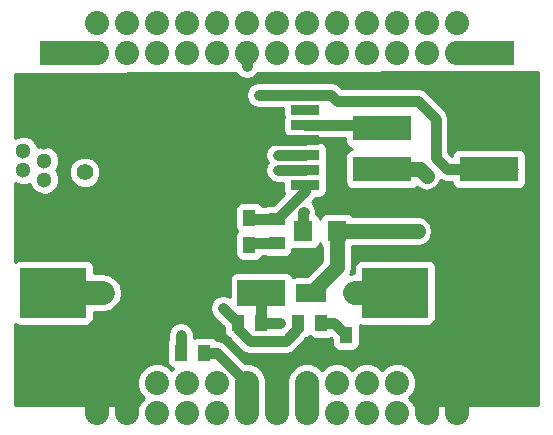
<source format=gtl>
G04 #@! TF.FileFunction,Copper,L1,Top,Signal*
%FSLAX46Y46*%
G04 Gerber Fmt 4.6, Leading zero omitted, Abs format (unit mm)*
G04 Created by KiCad (PCBNEW (2015-06-26 BZR 5832)-product) date Mittwoch, 02. März 2016 'u30' 20:30:32*
%MOMM*%
G01*
G04 APERTURE LIST*
%ADD10C,0.150000*%
%ADD11C,2.032000*%
%ADD12C,1.422400*%
%ADD13R,1.099820X1.399540*%
%ADD14R,1.597660X1.800860*%
%ADD15R,2.500000X1.520000*%
%ADD16R,4.100000X2.200000*%
%ADD17R,1.399540X1.099820*%
%ADD18R,2.032000X2.032000*%
%ADD19O,2.032000X2.032000*%
%ADD20C,1.300000*%
%ADD21C,3.200000*%
%ADD22R,6.350000X7.620000*%
%ADD23R,2.410000X0.910000*%
%ADD24R,2.410000X10.000000*%
%ADD25R,5.000000X2.150000*%
%ADD26R,5.600000X4.300000*%
%ADD27C,0.600000*%
%ADD28C,2.032000*%
%ADD29C,0.910000*%
%ADD30C,1.250000*%
%ADD31C,1.597660*%
%ADD32C,0.250000*%
%ADD33C,0.254000*%
G04 APERTURE END LIST*
D10*
D11*
X111760000Y-116840000D03*
X114300000Y-116840000D03*
X116840000Y-116840000D03*
X111760000Y-119380000D03*
X114300000Y-119380000D03*
X116840000Y-119380000D03*
D12*
X98044000Y-99042220D03*
X98044000Y-97045780D03*
D11*
X116840000Y-88900000D03*
X114300000Y-88900000D03*
X111760000Y-88900000D03*
D13*
X111996220Y-105156000D03*
X109999780Y-105156000D03*
X111996220Y-102870000D03*
X109999780Y-102870000D03*
D14*
X119402860Y-104013000D03*
X116563140Y-104013000D03*
D15*
X117232000Y-109220000D03*
D16*
X113012000Y-109220000D03*
D11*
X99060000Y-116840000D03*
X104140000Y-88900000D03*
X106680000Y-88900000D03*
X121920000Y-88900000D03*
X124460000Y-88900000D03*
D17*
X114300000Y-103014780D03*
X114300000Y-105011220D03*
D13*
X113012220Y-111760000D03*
X111015780Y-111760000D03*
X116095780Y-111760000D03*
X118092220Y-111760000D03*
D11*
X116840000Y-86360000D03*
X114300000Y-86360000D03*
X111760000Y-86360000D03*
D18*
X95250000Y-88900000D03*
D11*
X99060000Y-88900000D03*
X101600000Y-88900000D03*
D18*
X133350000Y-88900000D03*
X133350000Y-116840000D03*
D11*
X101600000Y-116840000D03*
X101600000Y-119380000D03*
D18*
X95250000Y-116840000D03*
D11*
X99060000Y-86360000D03*
X101600000Y-86360000D03*
X127000000Y-116840000D03*
X104140000Y-86360000D03*
X106680000Y-86360000D03*
X121920000Y-86360000D03*
X127000000Y-86360000D03*
X129540000Y-86360000D03*
X124460000Y-86360000D03*
X129540000Y-119380000D03*
X127000000Y-119380000D03*
X129540000Y-88900000D03*
X127000000Y-88900000D03*
X99060000Y-119380000D03*
X129540000Y-116840000D03*
X104140000Y-119380000D03*
X104140000Y-116840000D03*
X106680000Y-119380000D03*
X106680000Y-116840000D03*
X109220000Y-119380000D03*
X109220000Y-116840000D03*
X119380000Y-119380000D03*
X119380000Y-116840000D03*
X121920000Y-119380000D03*
X121920000Y-116840000D03*
X124460000Y-119380000D03*
X124460000Y-116840000D03*
X119380000Y-88900000D03*
D19*
X119380000Y-86360000D03*
D11*
X109220000Y-88900000D03*
D19*
X109220000Y-86360000D03*
D20*
X94626000Y-99644000D03*
X92826000Y-98844000D03*
X94626000Y-98044000D03*
X92826000Y-97244000D03*
X94626000Y-96444000D03*
D21*
X93726000Y-93844000D03*
X93726000Y-102244000D03*
D22*
X107490000Y-96266000D03*
D23*
X116715000Y-100076000D03*
X116715000Y-98806000D03*
X116715000Y-97536000D03*
X116715000Y-96266000D03*
X116715000Y-94996000D03*
X116715000Y-93726000D03*
X116715000Y-92456000D03*
D24*
X103490000Y-96266000D03*
D25*
X123262000Y-95313000D03*
X123262000Y-98743000D03*
X132262000Y-98743000D03*
X132262000Y-95313000D03*
D26*
X95372000Y-109220000D03*
X104272000Y-109220000D03*
X124328000Y-109220000D03*
X133228000Y-109220000D03*
D13*
X120159780Y-112776000D03*
X122156220Y-112776000D03*
X108186220Y-114300000D03*
X106189780Y-114300000D03*
D27*
X99568000Y-109220000D03*
X127000000Y-99314000D03*
X126238000Y-104013000D03*
X119126000Y-94996000D03*
X116586000Y-102362000D03*
X114427000Y-97536000D03*
X112776000Y-92456000D03*
X120904000Y-109220000D03*
X114554000Y-111760000D03*
X114427000Y-98806000D03*
X106172000Y-112776000D03*
X109728000Y-110490000D03*
D28*
X95372000Y-109220000D02*
X99568000Y-109220000D01*
X96388000Y-109982000D02*
X97028000Y-109982000D01*
X95250000Y-88900000D02*
X99060000Y-88900000D01*
X114300000Y-119380000D02*
X114300000Y-116840000D01*
D29*
X116715000Y-96266000D02*
X107490000Y-96266000D01*
D28*
X127000000Y-116840000D02*
X127000000Y-119380000D01*
X129540000Y-116840000D02*
X129540000Y-119380000D01*
X99060000Y-116840000D02*
X99060000Y-119380000D01*
X101600000Y-116840000D02*
X101600000Y-119380000D01*
X129540000Y-116840000D02*
X133350000Y-116840000D01*
X99060000Y-116840000D02*
X95250000Y-116840000D01*
D29*
X107490000Y-96266000D02*
X103490000Y-96266000D01*
D30*
X132270000Y-95313000D02*
X132262000Y-95313000D01*
X133604000Y-95377000D02*
X133540000Y-95313000D01*
X133540000Y-95313000D02*
X132262000Y-95313000D01*
D31*
X132212000Y-109982000D02*
X131572000Y-109982000D01*
D32*
X132262000Y-109932000D02*
X132212000Y-109982000D01*
D29*
X114300000Y-105011220D02*
X112141000Y-105011220D01*
X112141000Y-105011220D02*
X111996220Y-105156000D01*
X114300000Y-103014780D02*
X112141000Y-103014780D01*
X112141000Y-103014780D02*
X111996220Y-102870000D01*
X116715000Y-100076000D02*
X116715000Y-100599780D01*
X116715000Y-100599780D02*
X114300000Y-103014780D01*
D30*
X119402860Y-104013000D02*
X119402860Y-107049140D01*
X119402860Y-107049140D02*
X117232000Y-109220000D01*
X119402860Y-104013000D02*
X126238000Y-104013000D01*
X126429000Y-98743000D02*
X123262000Y-98743000D01*
X127000000Y-99314000D02*
X126429000Y-98743000D01*
D29*
X116563140Y-104013000D02*
X116563140Y-102384860D01*
X116563140Y-102384860D02*
X116586000Y-102362000D01*
X123262000Y-95313000D02*
X121095000Y-95313000D01*
X116715000Y-94996000D02*
X119126000Y-94996000D01*
X119126000Y-94996000D02*
X122945000Y-94996000D01*
X122945000Y-94996000D02*
X123262000Y-95313000D01*
X116715000Y-97536000D02*
X114427000Y-97536000D01*
D28*
X129540000Y-88900000D02*
X133350000Y-88900000D01*
D29*
X116715000Y-92456000D02*
X118872000Y-92456000D01*
X128715000Y-98743000D02*
X132262000Y-98743000D01*
X127762000Y-97790000D02*
X128715000Y-98743000D01*
X127762000Y-94488000D02*
X127762000Y-97790000D01*
X126238000Y-92964000D02*
X127762000Y-94488000D01*
X119380000Y-92964000D02*
X126238000Y-92964000D01*
X118872000Y-92456000D02*
X119380000Y-92964000D01*
X114300000Y-92456000D02*
X112776000Y-92456000D01*
D31*
X132212000Y-98793000D02*
X132262000Y-98743000D01*
D30*
X132212000Y-98793000D02*
X132262000Y-98743000D01*
D32*
X132770000Y-98743000D02*
X129985000Y-98743000D01*
X132770000Y-98743000D02*
X134683000Y-98743000D01*
X132720000Y-98793000D02*
X132770000Y-98743000D01*
D29*
X116715000Y-92456000D02*
X114300000Y-92456000D01*
X114300000Y-92456000D02*
X114173000Y-92456000D01*
X111760000Y-90043000D02*
X111760000Y-88900000D01*
D28*
X124328000Y-109220000D02*
X120904000Y-109220000D01*
D29*
X113012220Y-111760000D02*
X113012220Y-109220220D01*
X113012220Y-109220220D02*
X113012000Y-109220000D01*
X113012220Y-111760000D02*
X114554000Y-111760000D01*
X113012220Y-109220220D02*
X113012000Y-109220000D01*
X113012000Y-109220000D02*
X113792000Y-109220000D01*
X124328000Y-109220000D02*
X124328000Y-107564000D01*
X122550000Y-110744000D02*
X123312000Y-109982000D01*
X108186220Y-114300000D02*
X109220000Y-114300000D01*
X109220000Y-114300000D02*
X111760000Y-116840000D01*
D28*
X111760000Y-119380000D02*
X111760000Y-116840000D01*
D32*
X111760000Y-116840000D02*
X111760000Y-116586000D01*
D28*
X116840000Y-119380000D02*
X116840000Y-116840000D01*
D29*
X116715000Y-98806000D02*
X114427000Y-98806000D01*
X111015780Y-111760000D02*
X110998000Y-111760000D01*
X110998000Y-111760000D02*
X109728000Y-110490000D01*
X106189780Y-112793780D02*
X106189780Y-114300000D01*
X106172000Y-112776000D02*
X106189780Y-112793780D01*
X111015780Y-111760000D02*
X111015780Y-112285780D01*
X111015780Y-112285780D02*
X112014000Y-113284000D01*
X115062000Y-113284000D02*
X116095780Y-112250220D01*
X112014000Y-113284000D02*
X115062000Y-113284000D01*
X116095780Y-112250220D02*
X116095780Y-111760000D01*
D32*
X111015780Y-111760000D02*
X111015780Y-111777780D01*
D29*
X118092220Y-111760000D02*
X119143780Y-111760000D01*
X119143780Y-111760000D02*
X120159780Y-112776000D01*
D33*
G36*
X125963348Y-118695000D02*
X125860466Y-118446005D01*
X125524868Y-118109821D01*
X125858834Y-117776437D01*
X126110713Y-117169845D01*
X126111286Y-116513037D01*
X125860466Y-115906005D01*
X125396437Y-115441166D01*
X124789845Y-115189287D01*
X124133037Y-115188714D01*
X123526005Y-115439534D01*
X123189821Y-115775132D01*
X122856437Y-115441166D01*
X122249845Y-115189287D01*
X121593037Y-115188714D01*
X120986005Y-115439534D01*
X120649821Y-115775132D01*
X120316437Y-115441166D01*
X119709845Y-115189287D01*
X119053037Y-115188714D01*
X118446005Y-115439534D01*
X118109821Y-115775132D01*
X117776437Y-115441166D01*
X117169845Y-115189287D01*
X116513037Y-115188714D01*
X115906005Y-115439534D01*
X115441166Y-115903563D01*
X115189287Y-116510155D01*
X115188714Y-117166963D01*
X115189000Y-117167655D01*
X115189000Y-118695000D01*
X113411000Y-118695000D01*
X113411000Y-116840868D01*
X113411286Y-116513037D01*
X113160466Y-115906005D01*
X112696437Y-115441166D01*
X112089845Y-115189287D01*
X111650396Y-115188904D01*
X109990746Y-113529254D01*
X109637125Y-113292971D01*
X109636311Y-113292809D01*
X109242203Y-113214417D01*
X109196803Y-113145303D01*
X108985770Y-113002853D01*
X108736130Y-112952790D01*
X107636310Y-112952790D01*
X107394187Y-112999767D01*
X107279780Y-113074920D01*
X107279780Y-112793780D01*
X107196809Y-112376655D01*
X107139126Y-112290327D01*
X106960527Y-112023034D01*
X106942746Y-112005254D01*
X106589125Y-111768971D01*
X106172000Y-111686001D01*
X105754875Y-111768971D01*
X105401254Y-112005254D01*
X105164971Y-112358875D01*
X105082001Y-112776000D01*
X105099780Y-112865382D01*
X105099780Y-113265722D01*
X105042493Y-113350590D01*
X104992430Y-113600230D01*
X104992430Y-114999770D01*
X105039407Y-115241893D01*
X105179197Y-115454697D01*
X105390230Y-115597147D01*
X105555013Y-115630193D01*
X105409821Y-115775132D01*
X105076437Y-115441166D01*
X104469845Y-115189287D01*
X103813037Y-115188714D01*
X103206005Y-115439534D01*
X102741166Y-115903563D01*
X102489287Y-116510155D01*
X102488714Y-117166963D01*
X102739534Y-117773995D01*
X103075132Y-118110179D01*
X102741166Y-118443563D01*
X102636760Y-118695000D01*
X92125000Y-118695000D01*
X92125000Y-111834156D01*
X92322360Y-111967377D01*
X92572000Y-112017440D01*
X98172000Y-112017440D01*
X98414123Y-111970463D01*
X98626927Y-111830673D01*
X98769377Y-111619640D01*
X98819440Y-111370000D01*
X98819440Y-110871000D01*
X99568000Y-110871000D01*
X100199810Y-110745325D01*
X100735433Y-110387433D01*
X101093325Y-109851810D01*
X101219000Y-109220000D01*
X101093325Y-108588190D01*
X100735433Y-108052567D01*
X100199810Y-107694675D01*
X99568000Y-107569000D01*
X98819440Y-107569000D01*
X98819440Y-107070000D01*
X98772463Y-106827877D01*
X98632673Y-106615073D01*
X98421640Y-106472623D01*
X98172000Y-106422560D01*
X92572000Y-106422560D01*
X92329877Y-106469537D01*
X92125000Y-106604120D01*
X92125000Y-99944297D01*
X92569276Y-100128777D01*
X93080481Y-100129223D01*
X93384255Y-100003706D01*
X93535995Y-100370943D01*
X93897155Y-100732735D01*
X94369276Y-100928777D01*
X94880481Y-100929223D01*
X95352943Y-100734005D01*
X95714735Y-100372845D01*
X95910777Y-99900724D01*
X95911223Y-99389519D01*
X95716005Y-98917057D01*
X95643265Y-98844190D01*
X95714735Y-98772845D01*
X95910777Y-98300724D01*
X95911126Y-97900301D01*
X97282435Y-97900301D01*
X96903412Y-98278663D01*
X96698034Y-98773269D01*
X96697566Y-99308821D01*
X96902081Y-99803785D01*
X97280443Y-100182808D01*
X97775049Y-100388186D01*
X98310601Y-100388654D01*
X98805565Y-100184139D01*
X99184588Y-99805777D01*
X99389966Y-99311171D01*
X99390434Y-98775619D01*
X99185919Y-98280655D01*
X98807557Y-97901632D01*
X98312951Y-97696254D01*
X97777399Y-97695786D01*
X97282435Y-97900301D01*
X95911126Y-97900301D01*
X95911223Y-97789519D01*
X95716005Y-97317057D01*
X95354845Y-96955265D01*
X94882724Y-96759223D01*
X94371519Y-96758777D01*
X94067745Y-96884294D01*
X93916005Y-96517057D01*
X93832654Y-96433560D01*
X115510000Y-96433560D01*
X115445883Y-96446000D01*
X114427000Y-96446000D01*
X114009875Y-96528971D01*
X113656254Y-96765254D01*
X113419971Y-97118875D01*
X113337000Y-97536000D01*
X113419971Y-97953125D01*
X113565551Y-98171000D01*
X113419971Y-98388875D01*
X113337000Y-98806000D01*
X113419971Y-99223125D01*
X113656254Y-99576746D01*
X114009875Y-99813029D01*
X114427000Y-99896000D01*
X114862560Y-99896000D01*
X114862560Y-100531000D01*
X114909537Y-100773123D01*
X114945467Y-100827820D01*
X113955858Y-101817430D01*
X113600230Y-101817430D01*
X113358107Y-101864407D01*
X113266200Y-101924780D01*
X113144408Y-101924780D01*
X113006803Y-101715303D01*
X112795770Y-101572853D01*
X112546130Y-101522790D01*
X111446310Y-101522790D01*
X111204187Y-101569767D01*
X110991383Y-101709557D01*
X110848933Y-101920590D01*
X110798870Y-102170230D01*
X110798870Y-103569770D01*
X110845847Y-103811893D01*
X110978770Y-104014243D01*
X110848933Y-104206590D01*
X110798870Y-104456230D01*
X110798870Y-105855770D01*
X110845847Y-106097893D01*
X110985637Y-106310697D01*
X111196670Y-106453147D01*
X111446310Y-106503210D01*
X112546130Y-106503210D01*
X112788253Y-106456233D01*
X113001057Y-106316443D01*
X113143507Y-106105410D01*
X113144347Y-106101220D01*
X113265722Y-106101220D01*
X113350590Y-106158507D01*
X113600230Y-106208570D01*
X114999770Y-106208570D01*
X115241893Y-106161593D01*
X115454697Y-106021803D01*
X115597147Y-105810770D01*
X115647210Y-105561130D01*
X115647210Y-105537387D01*
X115764310Y-105560870D01*
X117361970Y-105560870D01*
X117604093Y-105513893D01*
X117816897Y-105374103D01*
X117959347Y-105163070D01*
X117982564Y-105047300D01*
X118003567Y-105155553D01*
X118142860Y-105367600D01*
X118142860Y-106527231D01*
X116857530Y-107812560D01*
X115982000Y-107812560D01*
X115739877Y-107859537D01*
X115668058Y-107906715D01*
X115662463Y-107877877D01*
X115522673Y-107665073D01*
X115311640Y-107522623D01*
X115062000Y-107472560D01*
X110962000Y-107472560D01*
X110719877Y-107519537D01*
X110507073Y-107659327D01*
X110364623Y-107870360D01*
X110314560Y-108120000D01*
X110314560Y-109596184D01*
X110145125Y-109482971D01*
X109728000Y-109400001D01*
X109310875Y-109482971D01*
X108957254Y-109719254D01*
X108720971Y-110072875D01*
X108638001Y-110490000D01*
X108720971Y-110907125D01*
X108957254Y-111260746D01*
X109818430Y-112121923D01*
X109818430Y-112459770D01*
X109865407Y-112701893D01*
X110005197Y-112914697D01*
X110216230Y-113057147D01*
X110253036Y-113064528D01*
X111243253Y-114054746D01*
X111596875Y-114291029D01*
X112014000Y-114374000D01*
X115062000Y-114374000D01*
X115479125Y-114291029D01*
X115832746Y-114054746D01*
X116812683Y-113074810D01*
X116887813Y-113060233D01*
X117095312Y-112923928D01*
X117292670Y-113057147D01*
X117542310Y-113107210D01*
X118642130Y-113107210D01*
X118884253Y-113060233D01*
X118895278Y-113052990D01*
X118962430Y-113120142D01*
X118962430Y-113475770D01*
X119009407Y-113717893D01*
X119149197Y-113930697D01*
X119360230Y-114073147D01*
X119609870Y-114123210D01*
X120709690Y-114123210D01*
X120951813Y-114076233D01*
X121164617Y-113936443D01*
X121307067Y-113725410D01*
X121357130Y-113475770D01*
X121357130Y-112076230D01*
X121338344Y-111979406D01*
X121528000Y-112017440D01*
X127128000Y-112017440D01*
X127370123Y-111970463D01*
X127582927Y-111830673D01*
X127725377Y-111619640D01*
X127775440Y-111370000D01*
X127775440Y-107070000D01*
X127728463Y-106827877D01*
X127588673Y-106615073D01*
X127377640Y-106472623D01*
X127128000Y-106422560D01*
X121528000Y-106422560D01*
X121285877Y-106469537D01*
X121073073Y-106609327D01*
X120930623Y-106820360D01*
X120880560Y-107070000D01*
X120880560Y-107573663D01*
X120486249Y-107652096D01*
X120566948Y-107531321D01*
X120578636Y-107472560D01*
X120662861Y-107049140D01*
X120662860Y-107049135D01*
X120662860Y-105364854D01*
X120724863Y-105273000D01*
X126238000Y-105273000D01*
X126720181Y-105177088D01*
X127128955Y-104903955D01*
X127402088Y-104495181D01*
X127498000Y-104013000D01*
X127402088Y-103530819D01*
X127128955Y-103122045D01*
X126720181Y-102848912D01*
X126238000Y-102753000D01*
X120725003Y-102753000D01*
X120662363Y-102657643D01*
X120451330Y-102515193D01*
X120201690Y-102465130D01*
X118604030Y-102465130D01*
X118361907Y-102512107D01*
X118149103Y-102651897D01*
X118006653Y-102862930D01*
X117983436Y-102978700D01*
X117962433Y-102870447D01*
X117822643Y-102657643D01*
X117653140Y-102543226D01*
X117653140Y-102476925D01*
X117676000Y-102362000D01*
X117593029Y-101944875D01*
X117356746Y-101591254D01*
X117301760Y-101554513D01*
X117485747Y-101370526D01*
X117614095Y-101178440D01*
X117920000Y-101178440D01*
X118162123Y-101131463D01*
X118374927Y-100991673D01*
X118517377Y-100780640D01*
X118567440Y-100531000D01*
X118567440Y-99621000D01*
X118531939Y-99438026D01*
X118567440Y-99261000D01*
X118567440Y-98351000D01*
X118531939Y-98168026D01*
X118567440Y-97991000D01*
X118567440Y-97081000D01*
X118520463Y-96838877D01*
X118380673Y-96626073D01*
X118169640Y-96483623D01*
X117920000Y-96433560D01*
X115510000Y-96433560D01*
X93832654Y-96433560D01*
X93554845Y-96155265D01*
X93082724Y-95959223D01*
X92571519Y-95958777D01*
X92125000Y-96143276D01*
X92125000Y-91448971D01*
X112358875Y-91448971D01*
X112005254Y-91685254D01*
X111768971Y-92038875D01*
X111686000Y-92456000D01*
X111768971Y-92873125D01*
X112005254Y-93226746D01*
X112358875Y-93463029D01*
X112776000Y-93546000D01*
X114862560Y-93546000D01*
X114862560Y-94181000D01*
X114898061Y-94363974D01*
X114862560Y-94541000D01*
X114862560Y-95451000D01*
X114909537Y-95693123D01*
X115049327Y-95905927D01*
X115260360Y-96048377D01*
X115510000Y-96098440D01*
X117920000Y-96098440D01*
X117984117Y-96086000D01*
X120114560Y-96086000D01*
X120114560Y-96388000D01*
X120161537Y-96630123D01*
X120301327Y-96842927D01*
X120512360Y-96985377D01*
X120724287Y-97027877D01*
X120519877Y-97067537D01*
X120307073Y-97207327D01*
X120164623Y-97418360D01*
X120114560Y-97668000D01*
X120114560Y-99818000D01*
X120161537Y-100060123D01*
X120301327Y-100272927D01*
X120512360Y-100415377D01*
X120762000Y-100465440D01*
X125762000Y-100465440D01*
X126004123Y-100418463D01*
X126216927Y-100278673D01*
X126217687Y-100277547D01*
X126517819Y-100478088D01*
X127000000Y-100574001D01*
X127482181Y-100478088D01*
X127890955Y-100204955D01*
X128164088Y-99796181D01*
X128187887Y-99676537D01*
X128297875Y-99750029D01*
X128715000Y-99833000D01*
X129117470Y-99833000D01*
X129161537Y-100060123D01*
X129301327Y-100272927D01*
X129512360Y-100415377D01*
X129762000Y-100465440D01*
X134762000Y-100465440D01*
X135004123Y-100418463D01*
X135216927Y-100278673D01*
X135359377Y-100067640D01*
X135409440Y-99818000D01*
X135409440Y-98911716D01*
X135443000Y-98743000D01*
X135409440Y-98574284D01*
X135409440Y-97668000D01*
X135362463Y-97425877D01*
X135222673Y-97213073D01*
X135011640Y-97070623D01*
X134762000Y-97020560D01*
X129762000Y-97020560D01*
X129519877Y-97067537D01*
X129307073Y-97207327D01*
X129164623Y-97418360D01*
X129125741Y-97612248D01*
X128852000Y-97338508D01*
X128852000Y-94488000D01*
X128769029Y-94070875D01*
X128681940Y-93940537D01*
X128532746Y-93717253D01*
X127008746Y-92193254D01*
X126655125Y-91956971D01*
X126238000Y-91874000D01*
X119831492Y-91874000D01*
X119642746Y-91685254D01*
X119289125Y-91448971D01*
X118872000Y-91366000D01*
X117982032Y-91366000D01*
X117920000Y-91353560D01*
X115510000Y-91353560D01*
X115445883Y-91366000D01*
X112776000Y-91366000D01*
X112358875Y-91448971D01*
X92125000Y-91448971D01*
X92125000Y-90673803D01*
X110862360Y-90623837D01*
X110989254Y-90813746D01*
X111342875Y-91050029D01*
X111760000Y-91133000D01*
X112177125Y-91050029D01*
X112530746Y-90813746D01*
X112660844Y-90619041D01*
X133511216Y-90563440D01*
X134366000Y-90563440D01*
X134377912Y-90561129D01*
X136475000Y-90555537D01*
X136475000Y-118695000D01*
X125963348Y-118695000D01*
X125963348Y-118695000D01*
G37*
X125963348Y-118695000D02*
X125860466Y-118446005D01*
X125524868Y-118109821D01*
X125858834Y-117776437D01*
X126110713Y-117169845D01*
X126111286Y-116513037D01*
X125860466Y-115906005D01*
X125396437Y-115441166D01*
X124789845Y-115189287D01*
X124133037Y-115188714D01*
X123526005Y-115439534D01*
X123189821Y-115775132D01*
X122856437Y-115441166D01*
X122249845Y-115189287D01*
X121593037Y-115188714D01*
X120986005Y-115439534D01*
X120649821Y-115775132D01*
X120316437Y-115441166D01*
X119709845Y-115189287D01*
X119053037Y-115188714D01*
X118446005Y-115439534D01*
X118109821Y-115775132D01*
X117776437Y-115441166D01*
X117169845Y-115189287D01*
X116513037Y-115188714D01*
X115906005Y-115439534D01*
X115441166Y-115903563D01*
X115189287Y-116510155D01*
X115188714Y-117166963D01*
X115189000Y-117167655D01*
X115189000Y-118695000D01*
X113411000Y-118695000D01*
X113411000Y-116840868D01*
X113411286Y-116513037D01*
X113160466Y-115906005D01*
X112696437Y-115441166D01*
X112089845Y-115189287D01*
X111650396Y-115188904D01*
X109990746Y-113529254D01*
X109637125Y-113292971D01*
X109636311Y-113292809D01*
X109242203Y-113214417D01*
X109196803Y-113145303D01*
X108985770Y-113002853D01*
X108736130Y-112952790D01*
X107636310Y-112952790D01*
X107394187Y-112999767D01*
X107279780Y-113074920D01*
X107279780Y-112793780D01*
X107196809Y-112376655D01*
X107139126Y-112290327D01*
X106960527Y-112023034D01*
X106942746Y-112005254D01*
X106589125Y-111768971D01*
X106172000Y-111686001D01*
X105754875Y-111768971D01*
X105401254Y-112005254D01*
X105164971Y-112358875D01*
X105082001Y-112776000D01*
X105099780Y-112865382D01*
X105099780Y-113265722D01*
X105042493Y-113350590D01*
X104992430Y-113600230D01*
X104992430Y-114999770D01*
X105039407Y-115241893D01*
X105179197Y-115454697D01*
X105390230Y-115597147D01*
X105555013Y-115630193D01*
X105409821Y-115775132D01*
X105076437Y-115441166D01*
X104469845Y-115189287D01*
X103813037Y-115188714D01*
X103206005Y-115439534D01*
X102741166Y-115903563D01*
X102489287Y-116510155D01*
X102488714Y-117166963D01*
X102739534Y-117773995D01*
X103075132Y-118110179D01*
X102741166Y-118443563D01*
X102636760Y-118695000D01*
X92125000Y-118695000D01*
X92125000Y-111834156D01*
X92322360Y-111967377D01*
X92572000Y-112017440D01*
X98172000Y-112017440D01*
X98414123Y-111970463D01*
X98626927Y-111830673D01*
X98769377Y-111619640D01*
X98819440Y-111370000D01*
X98819440Y-110871000D01*
X99568000Y-110871000D01*
X100199810Y-110745325D01*
X100735433Y-110387433D01*
X101093325Y-109851810D01*
X101219000Y-109220000D01*
X101093325Y-108588190D01*
X100735433Y-108052567D01*
X100199810Y-107694675D01*
X99568000Y-107569000D01*
X98819440Y-107569000D01*
X98819440Y-107070000D01*
X98772463Y-106827877D01*
X98632673Y-106615073D01*
X98421640Y-106472623D01*
X98172000Y-106422560D01*
X92572000Y-106422560D01*
X92329877Y-106469537D01*
X92125000Y-106604120D01*
X92125000Y-99944297D01*
X92569276Y-100128777D01*
X93080481Y-100129223D01*
X93384255Y-100003706D01*
X93535995Y-100370943D01*
X93897155Y-100732735D01*
X94369276Y-100928777D01*
X94880481Y-100929223D01*
X95352943Y-100734005D01*
X95714735Y-100372845D01*
X95910777Y-99900724D01*
X95911223Y-99389519D01*
X95716005Y-98917057D01*
X95643265Y-98844190D01*
X95714735Y-98772845D01*
X95910777Y-98300724D01*
X95911126Y-97900301D01*
X97282435Y-97900301D01*
X96903412Y-98278663D01*
X96698034Y-98773269D01*
X96697566Y-99308821D01*
X96902081Y-99803785D01*
X97280443Y-100182808D01*
X97775049Y-100388186D01*
X98310601Y-100388654D01*
X98805565Y-100184139D01*
X99184588Y-99805777D01*
X99389966Y-99311171D01*
X99390434Y-98775619D01*
X99185919Y-98280655D01*
X98807557Y-97901632D01*
X98312951Y-97696254D01*
X97777399Y-97695786D01*
X97282435Y-97900301D01*
X95911126Y-97900301D01*
X95911223Y-97789519D01*
X95716005Y-97317057D01*
X95354845Y-96955265D01*
X94882724Y-96759223D01*
X94371519Y-96758777D01*
X94067745Y-96884294D01*
X93916005Y-96517057D01*
X93832654Y-96433560D01*
X115510000Y-96433560D01*
X115445883Y-96446000D01*
X114427000Y-96446000D01*
X114009875Y-96528971D01*
X113656254Y-96765254D01*
X113419971Y-97118875D01*
X113337000Y-97536000D01*
X113419971Y-97953125D01*
X113565551Y-98171000D01*
X113419971Y-98388875D01*
X113337000Y-98806000D01*
X113419971Y-99223125D01*
X113656254Y-99576746D01*
X114009875Y-99813029D01*
X114427000Y-99896000D01*
X114862560Y-99896000D01*
X114862560Y-100531000D01*
X114909537Y-100773123D01*
X114945467Y-100827820D01*
X113955858Y-101817430D01*
X113600230Y-101817430D01*
X113358107Y-101864407D01*
X113266200Y-101924780D01*
X113144408Y-101924780D01*
X113006803Y-101715303D01*
X112795770Y-101572853D01*
X112546130Y-101522790D01*
X111446310Y-101522790D01*
X111204187Y-101569767D01*
X110991383Y-101709557D01*
X110848933Y-101920590D01*
X110798870Y-102170230D01*
X110798870Y-103569770D01*
X110845847Y-103811893D01*
X110978770Y-104014243D01*
X110848933Y-104206590D01*
X110798870Y-104456230D01*
X110798870Y-105855770D01*
X110845847Y-106097893D01*
X110985637Y-106310697D01*
X111196670Y-106453147D01*
X111446310Y-106503210D01*
X112546130Y-106503210D01*
X112788253Y-106456233D01*
X113001057Y-106316443D01*
X113143507Y-106105410D01*
X113144347Y-106101220D01*
X113265722Y-106101220D01*
X113350590Y-106158507D01*
X113600230Y-106208570D01*
X114999770Y-106208570D01*
X115241893Y-106161593D01*
X115454697Y-106021803D01*
X115597147Y-105810770D01*
X115647210Y-105561130D01*
X115647210Y-105537387D01*
X115764310Y-105560870D01*
X117361970Y-105560870D01*
X117604093Y-105513893D01*
X117816897Y-105374103D01*
X117959347Y-105163070D01*
X117982564Y-105047300D01*
X118003567Y-105155553D01*
X118142860Y-105367600D01*
X118142860Y-106527231D01*
X116857530Y-107812560D01*
X115982000Y-107812560D01*
X115739877Y-107859537D01*
X115668058Y-107906715D01*
X115662463Y-107877877D01*
X115522673Y-107665073D01*
X115311640Y-107522623D01*
X115062000Y-107472560D01*
X110962000Y-107472560D01*
X110719877Y-107519537D01*
X110507073Y-107659327D01*
X110364623Y-107870360D01*
X110314560Y-108120000D01*
X110314560Y-109596184D01*
X110145125Y-109482971D01*
X109728000Y-109400001D01*
X109310875Y-109482971D01*
X108957254Y-109719254D01*
X108720971Y-110072875D01*
X108638001Y-110490000D01*
X108720971Y-110907125D01*
X108957254Y-111260746D01*
X109818430Y-112121923D01*
X109818430Y-112459770D01*
X109865407Y-112701893D01*
X110005197Y-112914697D01*
X110216230Y-113057147D01*
X110253036Y-113064528D01*
X111243253Y-114054746D01*
X111596875Y-114291029D01*
X112014000Y-114374000D01*
X115062000Y-114374000D01*
X115479125Y-114291029D01*
X115832746Y-114054746D01*
X116812683Y-113074810D01*
X116887813Y-113060233D01*
X117095312Y-112923928D01*
X117292670Y-113057147D01*
X117542310Y-113107210D01*
X118642130Y-113107210D01*
X118884253Y-113060233D01*
X118895278Y-113052990D01*
X118962430Y-113120142D01*
X118962430Y-113475770D01*
X119009407Y-113717893D01*
X119149197Y-113930697D01*
X119360230Y-114073147D01*
X119609870Y-114123210D01*
X120709690Y-114123210D01*
X120951813Y-114076233D01*
X121164617Y-113936443D01*
X121307067Y-113725410D01*
X121357130Y-113475770D01*
X121357130Y-112076230D01*
X121338344Y-111979406D01*
X121528000Y-112017440D01*
X127128000Y-112017440D01*
X127370123Y-111970463D01*
X127582927Y-111830673D01*
X127725377Y-111619640D01*
X127775440Y-111370000D01*
X127775440Y-107070000D01*
X127728463Y-106827877D01*
X127588673Y-106615073D01*
X127377640Y-106472623D01*
X127128000Y-106422560D01*
X121528000Y-106422560D01*
X121285877Y-106469537D01*
X121073073Y-106609327D01*
X120930623Y-106820360D01*
X120880560Y-107070000D01*
X120880560Y-107573663D01*
X120486249Y-107652096D01*
X120566948Y-107531321D01*
X120578636Y-107472560D01*
X120662861Y-107049140D01*
X120662860Y-107049135D01*
X120662860Y-105364854D01*
X120724863Y-105273000D01*
X126238000Y-105273000D01*
X126720181Y-105177088D01*
X127128955Y-104903955D01*
X127402088Y-104495181D01*
X127498000Y-104013000D01*
X127402088Y-103530819D01*
X127128955Y-103122045D01*
X126720181Y-102848912D01*
X126238000Y-102753000D01*
X120725003Y-102753000D01*
X120662363Y-102657643D01*
X120451330Y-102515193D01*
X120201690Y-102465130D01*
X118604030Y-102465130D01*
X118361907Y-102512107D01*
X118149103Y-102651897D01*
X118006653Y-102862930D01*
X117983436Y-102978700D01*
X117962433Y-102870447D01*
X117822643Y-102657643D01*
X117653140Y-102543226D01*
X117653140Y-102476925D01*
X117676000Y-102362000D01*
X117593029Y-101944875D01*
X117356746Y-101591254D01*
X117301760Y-101554513D01*
X117485747Y-101370526D01*
X117614095Y-101178440D01*
X117920000Y-101178440D01*
X118162123Y-101131463D01*
X118374927Y-100991673D01*
X118517377Y-100780640D01*
X118567440Y-100531000D01*
X118567440Y-99621000D01*
X118531939Y-99438026D01*
X118567440Y-99261000D01*
X118567440Y-98351000D01*
X118531939Y-98168026D01*
X118567440Y-97991000D01*
X118567440Y-97081000D01*
X118520463Y-96838877D01*
X118380673Y-96626073D01*
X118169640Y-96483623D01*
X117920000Y-96433560D01*
X115510000Y-96433560D01*
X93832654Y-96433560D01*
X93554845Y-96155265D01*
X93082724Y-95959223D01*
X92571519Y-95958777D01*
X92125000Y-96143276D01*
X92125000Y-91448971D01*
X112358875Y-91448971D01*
X112005254Y-91685254D01*
X111768971Y-92038875D01*
X111686000Y-92456000D01*
X111768971Y-92873125D01*
X112005254Y-93226746D01*
X112358875Y-93463029D01*
X112776000Y-93546000D01*
X114862560Y-93546000D01*
X114862560Y-94181000D01*
X114898061Y-94363974D01*
X114862560Y-94541000D01*
X114862560Y-95451000D01*
X114909537Y-95693123D01*
X115049327Y-95905927D01*
X115260360Y-96048377D01*
X115510000Y-96098440D01*
X117920000Y-96098440D01*
X117984117Y-96086000D01*
X120114560Y-96086000D01*
X120114560Y-96388000D01*
X120161537Y-96630123D01*
X120301327Y-96842927D01*
X120512360Y-96985377D01*
X120724287Y-97027877D01*
X120519877Y-97067537D01*
X120307073Y-97207327D01*
X120164623Y-97418360D01*
X120114560Y-97668000D01*
X120114560Y-99818000D01*
X120161537Y-100060123D01*
X120301327Y-100272927D01*
X120512360Y-100415377D01*
X120762000Y-100465440D01*
X125762000Y-100465440D01*
X126004123Y-100418463D01*
X126216927Y-100278673D01*
X126217687Y-100277547D01*
X126517819Y-100478088D01*
X127000000Y-100574001D01*
X127482181Y-100478088D01*
X127890955Y-100204955D01*
X128164088Y-99796181D01*
X128187887Y-99676537D01*
X128297875Y-99750029D01*
X128715000Y-99833000D01*
X129117470Y-99833000D01*
X129161537Y-100060123D01*
X129301327Y-100272927D01*
X129512360Y-100415377D01*
X129762000Y-100465440D01*
X134762000Y-100465440D01*
X135004123Y-100418463D01*
X135216927Y-100278673D01*
X135359377Y-100067640D01*
X135409440Y-99818000D01*
X135409440Y-98911716D01*
X135443000Y-98743000D01*
X135409440Y-98574284D01*
X135409440Y-97668000D01*
X135362463Y-97425877D01*
X135222673Y-97213073D01*
X135011640Y-97070623D01*
X134762000Y-97020560D01*
X129762000Y-97020560D01*
X129519877Y-97067537D01*
X129307073Y-97207327D01*
X129164623Y-97418360D01*
X129125741Y-97612248D01*
X128852000Y-97338508D01*
X128852000Y-94488000D01*
X128769029Y-94070875D01*
X128681940Y-93940537D01*
X128532746Y-93717253D01*
X127008746Y-92193254D01*
X126655125Y-91956971D01*
X126238000Y-91874000D01*
X119831492Y-91874000D01*
X119642746Y-91685254D01*
X119289125Y-91448971D01*
X118872000Y-91366000D01*
X117982032Y-91366000D01*
X117920000Y-91353560D01*
X115510000Y-91353560D01*
X115445883Y-91366000D01*
X112776000Y-91366000D01*
X112358875Y-91448971D01*
X92125000Y-91448971D01*
X92125000Y-90673803D01*
X110862360Y-90623837D01*
X110989254Y-90813746D01*
X111342875Y-91050029D01*
X111760000Y-91133000D01*
X112177125Y-91050029D01*
X112530746Y-90813746D01*
X112660844Y-90619041D01*
X133511216Y-90563440D01*
X134366000Y-90563440D01*
X134377912Y-90561129D01*
X136475000Y-90555537D01*
X136475000Y-118695000D01*
X125963348Y-118695000D01*
M02*

</source>
